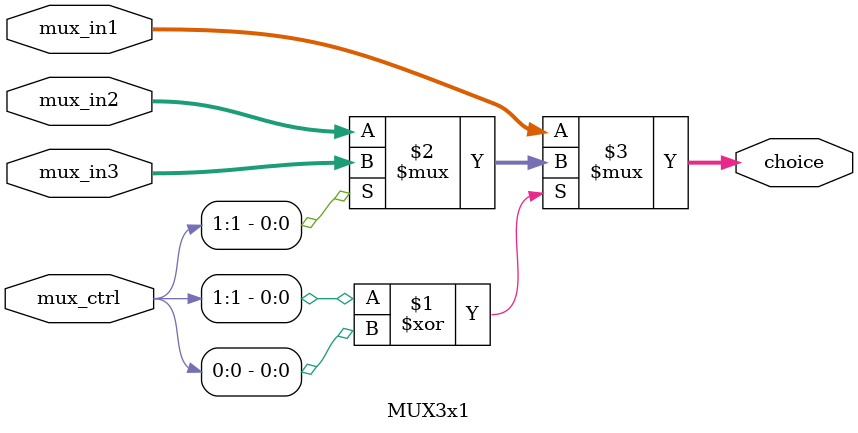
<source format=v>
`timescale 1ns / 1ps
module MUX3x1(choice, mux_in1, mux_in2, mux_in3, mux_ctrl);
            ////output, input, input, ctrl

        output  [31:0]  choice;
        input   [31:0]  mux_in1, mux_in2, mux_in3;
        input   [1:0]   mux_ctrl;

        assign choice = (mux_ctrl[1] ^ mux_ctrl[0])? (mux_ctrl[1]? mux_in3 : mux_in2) : mux_in1;

        endmodule
</source>
